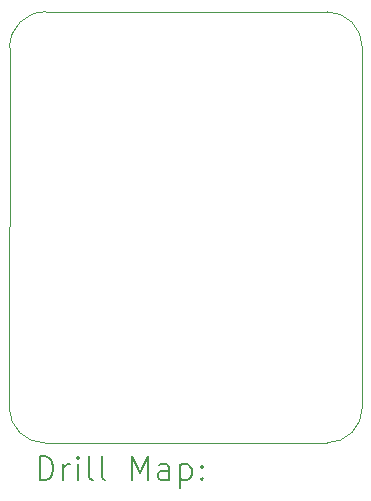
<source format=gbr>
%TF.GenerationSoftware,KiCad,Pcbnew,8.0.5*%
%TF.CreationDate,2024-11-27T14:16:54+01:00*%
%TF.ProjectId,TOF_PCB,544f465f-5043-4422-9e6b-696361645f70,rev?*%
%TF.SameCoordinates,Original*%
%TF.FileFunction,Drillmap*%
%TF.FilePolarity,Positive*%
%FSLAX45Y45*%
G04 Gerber Fmt 4.5, Leading zero omitted, Abs format (unit mm)*
G04 Created by KiCad (PCBNEW 8.0.5) date 2024-11-27 14:16:54*
%MOMM*%
%LPD*%
G01*
G04 APERTURE LIST*
%ADD10C,0.050000*%
%ADD11C,0.200000*%
G04 APERTURE END LIST*
D10*
X19050000Y-11750000D02*
G75*
G02*
X18750000Y-12050000I-300000J0D01*
G01*
X19050000Y-8700000D02*
X19050000Y-11750000D01*
X16060000Y-11755000D02*
X16063814Y-8704920D01*
X16362132Y-12050084D02*
X18750000Y-12050000D01*
X18750000Y-8400000D02*
G75*
G02*
X19050000Y-8700000I0J-300000D01*
G01*
X16370000Y-8400000D02*
X18750000Y-8400000D01*
X16063814Y-8704920D02*
G75*
G02*
X16370000Y-8399997I300026J4920D01*
G01*
X16362132Y-12050084D02*
G75*
G02*
X16060000Y-11755000I-2J302214D01*
G01*
D11*
X16318277Y-12364068D02*
X16318277Y-12164068D01*
X16318277Y-12164068D02*
X16365896Y-12164068D01*
X16365896Y-12164068D02*
X16394467Y-12173592D01*
X16394467Y-12173592D02*
X16413515Y-12192639D01*
X16413515Y-12192639D02*
X16423039Y-12211687D01*
X16423039Y-12211687D02*
X16432562Y-12249782D01*
X16432562Y-12249782D02*
X16432562Y-12278354D01*
X16432562Y-12278354D02*
X16423039Y-12316449D01*
X16423039Y-12316449D02*
X16413515Y-12335496D01*
X16413515Y-12335496D02*
X16394467Y-12354544D01*
X16394467Y-12354544D02*
X16365896Y-12364068D01*
X16365896Y-12364068D02*
X16318277Y-12364068D01*
X16518277Y-12364068D02*
X16518277Y-12230734D01*
X16518277Y-12268830D02*
X16527801Y-12249782D01*
X16527801Y-12249782D02*
X16537324Y-12240258D01*
X16537324Y-12240258D02*
X16556372Y-12230734D01*
X16556372Y-12230734D02*
X16575420Y-12230734D01*
X16642086Y-12364068D02*
X16642086Y-12230734D01*
X16642086Y-12164068D02*
X16632562Y-12173592D01*
X16632562Y-12173592D02*
X16642086Y-12183115D01*
X16642086Y-12183115D02*
X16651610Y-12173592D01*
X16651610Y-12173592D02*
X16642086Y-12164068D01*
X16642086Y-12164068D02*
X16642086Y-12183115D01*
X16765896Y-12364068D02*
X16746848Y-12354544D01*
X16746848Y-12354544D02*
X16737324Y-12335496D01*
X16737324Y-12335496D02*
X16737324Y-12164068D01*
X16870658Y-12364068D02*
X16851610Y-12354544D01*
X16851610Y-12354544D02*
X16842086Y-12335496D01*
X16842086Y-12335496D02*
X16842086Y-12164068D01*
X17099229Y-12364068D02*
X17099229Y-12164068D01*
X17099229Y-12164068D02*
X17165896Y-12306925D01*
X17165896Y-12306925D02*
X17232563Y-12164068D01*
X17232563Y-12164068D02*
X17232563Y-12364068D01*
X17413515Y-12364068D02*
X17413515Y-12259306D01*
X17413515Y-12259306D02*
X17403991Y-12240258D01*
X17403991Y-12240258D02*
X17384944Y-12230734D01*
X17384944Y-12230734D02*
X17346848Y-12230734D01*
X17346848Y-12230734D02*
X17327801Y-12240258D01*
X17413515Y-12354544D02*
X17394467Y-12364068D01*
X17394467Y-12364068D02*
X17346848Y-12364068D01*
X17346848Y-12364068D02*
X17327801Y-12354544D01*
X17327801Y-12354544D02*
X17318277Y-12335496D01*
X17318277Y-12335496D02*
X17318277Y-12316449D01*
X17318277Y-12316449D02*
X17327801Y-12297401D01*
X17327801Y-12297401D02*
X17346848Y-12287877D01*
X17346848Y-12287877D02*
X17394467Y-12287877D01*
X17394467Y-12287877D02*
X17413515Y-12278354D01*
X17508753Y-12230734D02*
X17508753Y-12430734D01*
X17508753Y-12240258D02*
X17527801Y-12230734D01*
X17527801Y-12230734D02*
X17565896Y-12230734D01*
X17565896Y-12230734D02*
X17584944Y-12240258D01*
X17584944Y-12240258D02*
X17594467Y-12249782D01*
X17594467Y-12249782D02*
X17603991Y-12268830D01*
X17603991Y-12268830D02*
X17603991Y-12325973D01*
X17603991Y-12325973D02*
X17594467Y-12345020D01*
X17594467Y-12345020D02*
X17584944Y-12354544D01*
X17584944Y-12354544D02*
X17565896Y-12364068D01*
X17565896Y-12364068D02*
X17527801Y-12364068D01*
X17527801Y-12364068D02*
X17508753Y-12354544D01*
X17689705Y-12345020D02*
X17699229Y-12354544D01*
X17699229Y-12354544D02*
X17689705Y-12364068D01*
X17689705Y-12364068D02*
X17680182Y-12354544D01*
X17680182Y-12354544D02*
X17689705Y-12345020D01*
X17689705Y-12345020D02*
X17689705Y-12364068D01*
X17689705Y-12240258D02*
X17699229Y-12249782D01*
X17699229Y-12249782D02*
X17689705Y-12259306D01*
X17689705Y-12259306D02*
X17680182Y-12249782D01*
X17680182Y-12249782D02*
X17689705Y-12240258D01*
X17689705Y-12240258D02*
X17689705Y-12259306D01*
M02*

</source>
